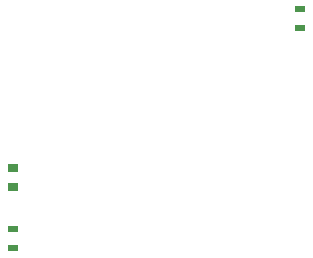
<source format=gtp>
G04*
G04 #@! TF.GenerationSoftware,Altium Limited,Altium Designer,22.7.1 (60)*
G04*
G04 Layer_Color=8421504*
%FSLAX44Y44*%
%MOMM*%
G71*
G04*
G04 #@! TF.SameCoordinates,7FD8A325-ED4A-4E6D-A823-A032D3294E47*
G04*
G04*
G04 #@! TF.FilePolarity,Positive*
G04*
G01*
G75*
%ADD13R,0.9500X0.6000*%
%ADD14R,0.9500X0.7000*%
D13*
X16000Y148000D02*
D03*
Y132000D02*
D03*
X258750Y318200D02*
D03*
Y334200D02*
D03*
D14*
X16000Y184000D02*
D03*
Y200000D02*
D03*
M02*

</source>
